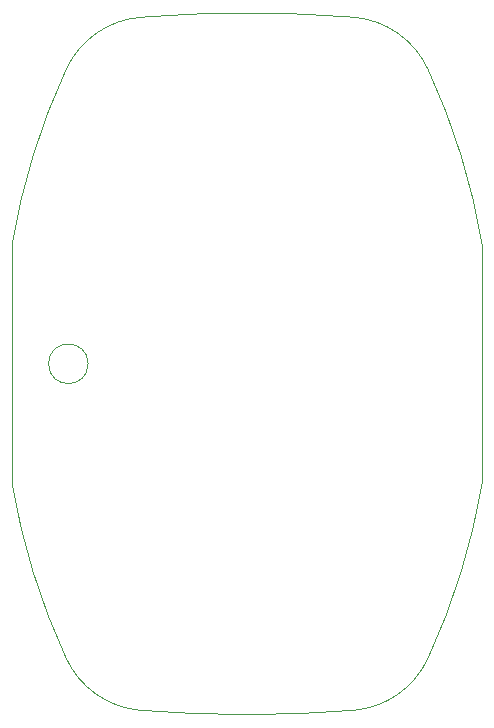
<source format=gbr>
G04 #@! TF.GenerationSoftware,KiCad,Pcbnew,(5.1.2)-2*
G04 #@! TF.CreationDate,2020-04-12T13:41:49-04:00*
G04 #@! TF.ProjectId,MotorcycleSwitch,4d6f746f-7263-4796-936c-655377697463,rev?*
G04 #@! TF.SameCoordinates,Original*
G04 #@! TF.FileFunction,Profile,NP*
%FSLAX46Y46*%
G04 Gerber Fmt 4.6, Leading zero omitted, Abs format (unit mm)*
G04 Created by KiCad (PCBNEW (5.1.2)-2) date 2020-04-12 13:41:49*
%MOMM*%
%LPD*%
G04 APERTURE LIST*
%ADD10C,0.050000*%
G04 APERTURE END LIST*
D10*
X155940585Y-131414733D02*
G75*
G02X137959943Y-131414384I-8988126J112972524D01*
G01*
X162271633Y-127011408D02*
G75*
G02X155940585Y-131414733I-6925681J3204646D01*
G01*
X166859040Y-91960045D02*
X166858147Y-112184024D01*
X137970914Y-72728961D02*
G75*
G02X155951557Y-72729310I8988126J-112972524D01*
G01*
X166858147Y-112184024D02*
G75*
G02X162271633Y-127011408I-57330346J9610779D01*
G01*
X127058907Y-91960023D02*
X127059040Y-112184175D01*
X131627072Y-126971707D02*
G75*
G02X127059040Y-112184175I52763206J24398462D01*
G01*
X133496953Y-102072110D02*
G75*
G03X133496953Y-102072110I-1675000J0D01*
G01*
X162291002Y-77172500D02*
G75*
G02X166859040Y-91960045I-52763201J-24398475D01*
G01*
X155951557Y-72729310D02*
G75*
G02X162291006Y-77172509I-605605J-7608148D01*
G01*
X131648362Y-77126203D02*
G75*
G02X137970914Y-72728961I6923766J-3211255D01*
G01*
X127058907Y-91960023D02*
G75*
G02X131648362Y-77126204I57331371J-9610952D01*
G01*
X137959944Y-131414384D02*
G75*
G02X131627072Y-126971707I612184J7607622D01*
G01*
M02*

</source>
